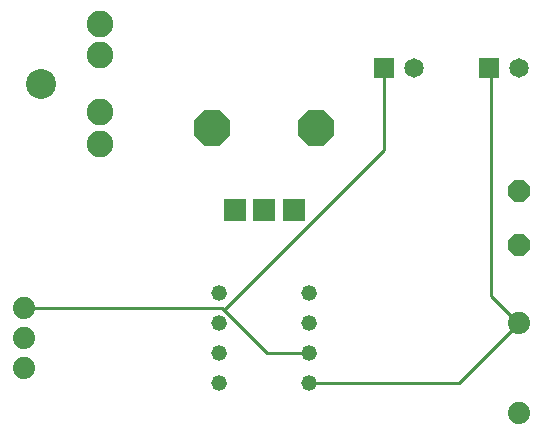
<source format=gbl>
G75*
%MOIN*%
%OFA0B0*%
%FSLAX25Y25*%
%IPPOS*%
%LPD*%
%AMOC8*
5,1,8,0,0,1.08239X$1,22.5*
%
%ADD10C,0.06500*%
%ADD11R,0.06500X0.06500*%
%ADD12C,0.05200*%
%ADD13R,0.07400X0.07400*%
%ADD14OC8,0.11811*%
%ADD15C,0.07400*%
%ADD16OC8,0.07500*%
%ADD17C,0.10000*%
%ADD18C,0.08858*%
%ADD19C,0.01000*%
D10*
X0150921Y0126000D03*
X0185921Y0126000D03*
D11*
X0176079Y0126000D03*
X0141079Y0126000D03*
D12*
X0116000Y0051000D03*
X0116000Y0041000D03*
X0116000Y0031000D03*
X0116000Y0021000D03*
X0086000Y0021000D03*
X0086000Y0031000D03*
X0086000Y0041000D03*
X0086000Y0051000D03*
D13*
X0091157Y0078441D03*
X0101000Y0078441D03*
X0110843Y0078441D03*
D14*
X0118323Y0106000D03*
X0083677Y0106000D03*
D15*
X0021000Y0026000D03*
X0021000Y0036000D03*
X0021000Y0046000D03*
X0186000Y0041000D03*
X0186000Y0011000D03*
D16*
X0186000Y0067000D03*
X0186000Y0085000D03*
D17*
X0026630Y0120606D03*
D18*
X0046315Y0111157D03*
X0046315Y0100528D03*
X0046315Y0130055D03*
X0046315Y0140685D03*
D19*
X0141000Y0126000D02*
X0141000Y0098500D01*
X0087750Y0045250D01*
X0102000Y0031000D01*
X0116000Y0031000D01*
X0116000Y0021000D02*
X0166000Y0021000D01*
X0186000Y0041000D01*
X0185500Y0041000D01*
X0176500Y0050000D01*
X0176500Y0126000D01*
X0176079Y0126000D01*
X0141079Y0126000D02*
X0141000Y0126000D01*
X0087000Y0046000D02*
X0021000Y0046000D01*
X0087000Y0046000D02*
X0087750Y0045250D01*
M02*

</source>
